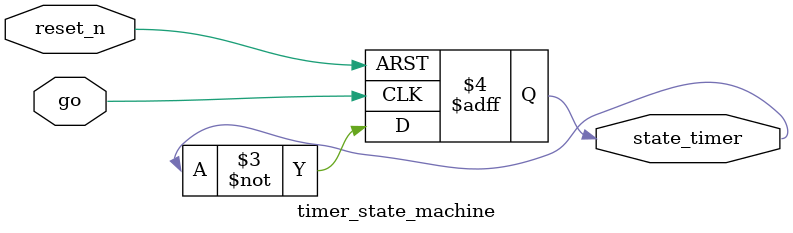
<source format=sv>
module timer_state_machine (
	input logic reset_n,    // Clock
	input logic go, // Clock Enable
	//input logic stop,  // Asynchronous reset active low
	//input logic overflow,

	output logic state_timer
);
	
// 0 = stop
// 1 = go

//toggles between 2 states when go input triggers
always_ff @ (posedge go, negedge reset_n)
	if(!reset_n)
		begin
			state_timer = 0;
		end
	else
		begin
			state_timer = ~state_timer;
		end
endmodule
</source>
